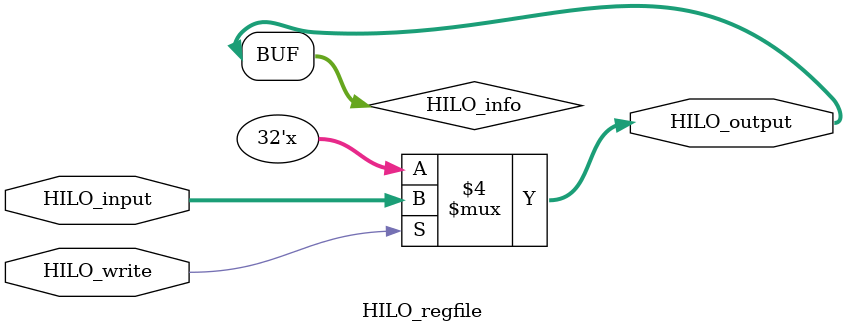
<source format=v>
/**
 * hilo模块 例化两次 分别用于hi和lo
 * @author AshinZ
 * @time   2020-5-27
*/

module HILO_regfile(HILO_write,HILO_input,HILO_output);
    input          HILO_write;
    input  [31:0]  HILO_input;
    output [31:0]  HILO_output;

    reg   [31:0]     HILO_info = 32'b0;//存数据
    always @(*)
        begin
            if(HILO_write)
                HILO_info = HILO_input;
        end

    assign       HILO_output = HILO_info ;
endmodule // 
</source>
